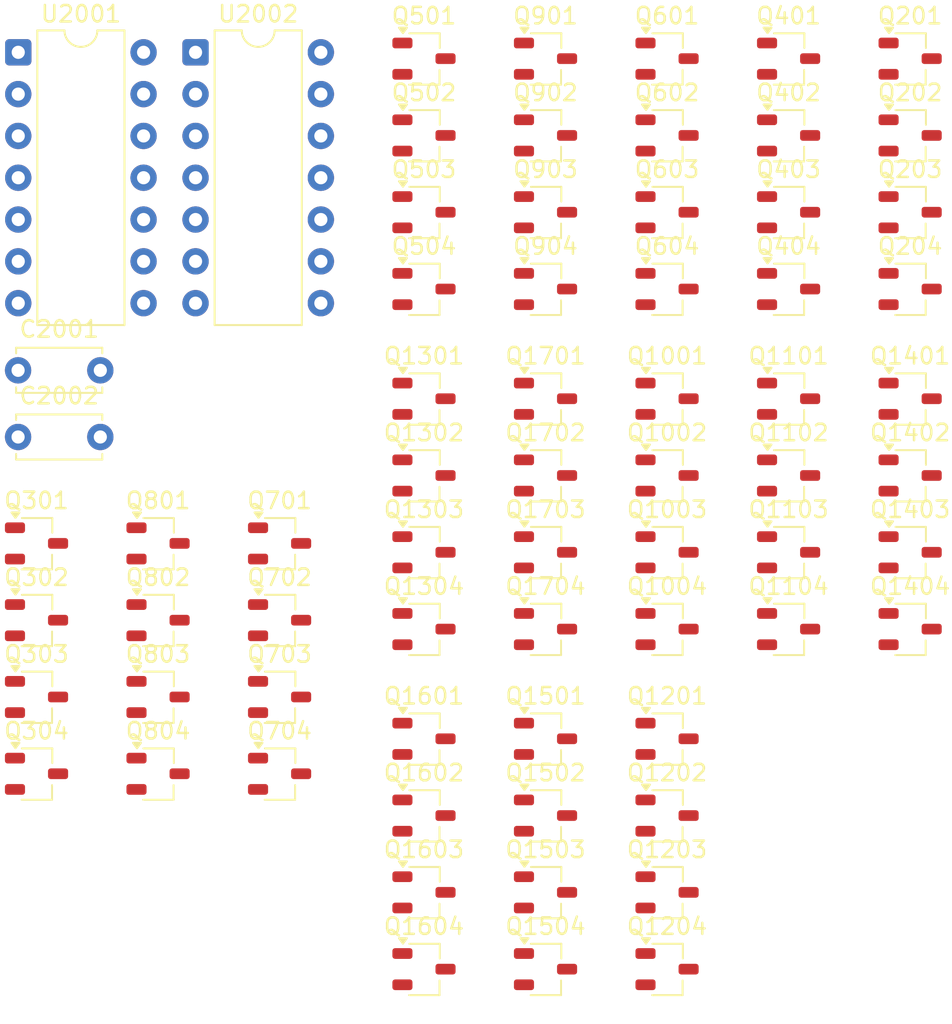
<source format=kicad_pcb>
(kicad_pcb (version 20241229) (generator "pcbnew") (generator_version "9.0")
  (layers (0 "F.Cu" signal) (2 "B.Cu" signal) (13 "F.Paste" user) (15 "B.Paste" user) (5 "F.SilkS" user "F.Silkscreen") (7 "B.SilkS" user "B.Silkscreen") (1 "F.Mask" user) (3 "B.Mask" user) (25 "Edge.Cuts" user))
  (net 0 "")
  (net 1 "GND")
  (net 2 "VCC")
  (net 3 "/nand8_1/A0")
  (net 4 "/nand8_1/Y0")
  (net 5 "Net-(Q202-S)")
  (net 6 "/nand8_1/B0")
  (net 7 "/nand8_1/Y1")
  (net 8 "/nand8_1/A1")
  (net 9 "Net-(Q302-S)")
  (net 10 "/nand8_1/B1")
  (net 11 "/nand8_1/Y2")
  (net 12 "/nand8_1/A2")
  (net 13 "/nand8_1/B2")
  (net 14 "Net-(Q402-S)")
  (net 15 "/nand8_1/Y3")
  (net 16 "/nand8_1/A3")
  (net 17 "/nand8_1/B3")
  (net 18 "Net-(Q502-S)")
  (net 19 "/nand8_1/A4")
  (net 20 "/nand8_1/Y4")
  (net 21 "Net-(Q602-S)")
  (net 22 "/nand8_1/B4")
  (net 23 "/nand8_1/A5")
  (net 24 "/nand8_1/Y5")
  (net 25 "/nand8_1/B5")
  (net 26 "Net-(Q702-S)")
  (net 27 "/nand8_1/Y6")
  (net 28 "/nand8_1/A6")
  (net 29 "/nand8_1/B6")
  (net 30 "Net-(Q802-S)")
  (net 31 "/nand8_1/Y7")
  (net 32 "/nand8_1/A7")
  (net 33 "/nand8_1/B7")
  (net 34 "Net-(Q902-S)")
  (net 35 "/nor8_1/Y0")
  (net 36 "/nor8_1/A0")
  (net 37 "Net-(Q1002-D)")
  (net 38 "/nor8_1/B0")
  (net 39 "/nor8_1/Y1")
  (net 40 "/nor8_1/A1")
  (net 41 "Net-(Q1102-D)")
  (net 42 "/nor8_1/B1")
  (net 43 "/nor8_1/A2")
  (net 44 "/nor8_1/Y2")
  (net 45 "Net-(Q1202-D)")
  (net 46 "/nor8_1/B2")
  (net 47 "/nor8_1/Y3")
  (net 48 "/nor8_1/A3")
  (net 49 "Net-(Q1302-D)")
  (net 50 "/nor8_1/B3")
  (net 51 "/nor8_1/A4")
  (net 52 "/nor8_1/Y4")
  (net 53 "Net-(Q1402-D)")
  (net 54 "/nor8_1/B4")
  (net 55 "/nor8_1/A5")
  (net 56 "/nor8_1/Y5")
  (net 57 "Net-(Q1502-D)")
  (net 58 "/nor8_1/B5")
  (net 59 "/nor8_1/Y6")
  (net 60 "/nor8_1/A6")
  (net 61 "Net-(Q1602-D)")
  (net 62 "/nor8_1/B6")
  (net 63 "/nor8_1/A7")
  (net 64 "/nor8_1/Y7")
  (net 65 "Net-(Q1702-D)")
  (net 66 "/nor8_1/B7")
  (net 67 "/xor8_1/A2")
  (net 68 "/xor8_1/Y1")
  (net 69 "/xor8_1/A0")
  (net 70 "/xor8_1/A3")
  (net 71 "/xor8_1/Y2")
  (net 72 "/xor8_1/B0")
  (net 73 "/xor8_1/Y0")
  (net 74 "/xor8_1/B2")
  (net 75 "/xor8_1/Y3")
  (net 76 "/xor8_1/A1")
  (net 77 "/xor8_1/B3")
  (net 78 "/xor8_1/B1")
  (net 79 "/xor8_1/A4")
  (net 80 "/xor8_1/Y5")
  (net 81 "/xor8_1/B7")
  (net 82 "/xor8_1/A5")
  (net 83 "/xor8_1/Y4")
  (net 84 "/xor8_1/B5")
  (net 85 "/xor8_1/Y6")
  (net 86 "/xor8_1/B6")
  (net 87 "/xor8_1/Y7")
  (net 88 "/xor8_1/A6")
  (net 89 "/xor8_1/B4")
  (net 90 "/xor8_1/A7")
  (footprint "Package_TO_SOT_SMD:TSOT-23" (layer "F.Cu") (at 121.63 125.965)
    (property "Reference" "Q703" (at 0 -2.6 0) (layer "F.SilkS"))
    (property "Value" "NMOS")
    (pad "1" smd roundrect (at -1.31 -0.95) (size 1.22 0.65) (layers "F.Cu" "F.Mask" "F.Paste") (net 26 "Net-(Q702-S)"))
    (pad "2" smd roundrect (at -1.31 0.95) (size 1.22 0.65) (layers "F.Cu" "F.Mask" "F.Paste") (net 23 "/nand8_1/A5"))
    (pad "3" smd roundrect (at 1.31 0) (size 1.22 0.65) (layers "F.Cu" "F.Mask" "F.Paste") (net 1 "GND"))
  )
  (footprint "Package_TO_SOT_SMD:TSOT-23" (layer "F.Cu") (at 106.85 116.635)
    (property "Reference" "Q301" (at 0 -2.6 0) (layer "F.SilkS"))
    (property "Value" "PMOS")
    (pad "1" smd roundrect (at -1.31 -0.95) (size 1.22 0.65) (layers "F.Cu" "F.Mask" "F.Paste") (net 7 "/nand8_1/Y1"))
    (pad "2" smd roundrect (at -1.31 0.95) (size 1.22 0.65) (layers "F.Cu" "F.Mask" "F.Paste") (net 8 "/nand8_1/A1"))
    (pad "3" smd roundrect (at 1.31 0) (size 1.22 0.65) (layers "F.Cu" "F.Mask" "F.Paste") (net 2 "VCC"))
  )
  (footprint "Package_TO_SOT_SMD:TSOT-23" (layer "F.Cu") (at 137.8 133.17)
    (property "Reference" "Q1502" (at 0 -2.6 0) (layer "F.SilkS"))
    (property "Value" "PMOS")
    (pad "1" smd roundrect (at -1.31 -0.95) (size 1.22 0.65) (layers "F.Cu" "F.Mask" "F.Paste") (net 57 "Net-(Q1502-D)"))
    (pad "2" smd roundrect (at -1.31 0.95) (size 1.22 0.65) (layers "F.Cu" "F.Mask" "F.Paste") (net 55 "/nor8_1/A5"))
    (pad "3" smd roundrect (at 1.31 0) (size 1.22 0.65) (layers "F.Cu" "F.Mask" "F.Paste") (net 2 "VCC"))
  )
  (footprint "Package_TO_SOT_SMD:TSOT-23" (layer "F.Cu") (at 114.24 116.635)
    (property "Reference" "Q801" (at 0 -2.6 0) (layer "F.SilkS"))
    (property "Value" "PMOS")
    (pad "1" smd roundrect (at -1.31 -0.95) (size 1.22 0.65) (layers "F.Cu" "F.Mask" "F.Paste") (net 27 "/nand8_1/Y6"))
    (pad "2" smd roundrect (at -1.31 0.95) (size 1.22 0.65) (layers "F.Cu" "F.Mask" "F.Paste") (net 28 "/nand8_1/A6"))
    (pad "3" smd roundrect (at 1.31 0) (size 1.22 0.65) (layers "F.Cu" "F.Mask" "F.Paste") (net 2 "VCC"))
  )
  (footprint "Package_TO_SOT_SMD:TSOT-23" (layer "F.Cu") (at 106.85 130.63)
    (property "Reference" "Q304" (at 0 -2.6 0) (layer "F.SilkS"))
    (property "Value" "PMOS")
    (pad "1" smd roundrect (at -1.31 -0.95) (size 1.22 0.65) (layers "F.Cu" "F.Mask" "F.Paste") (net 7 "/nand8_1/Y1"))
    (pad "2" smd roundrect (at -1.31 0.95) (size 1.22 0.65) (layers "F.Cu" "F.Mask" "F.Paste") (net 10 "/nand8_1/B1"))
    (pad "3" smd roundrect (at 1.31 0) (size 1.22 0.65) (layers "F.Cu" "F.Mask" "F.Paste") (net 2 "VCC"))
  )
  (footprint "Package_TO_SOT_SMD:TSOT-23" (layer "F.Cu") (at 130.41 133.17)
    (property "Reference" "Q1602" (at 0 -2.6 0) (layer "F.SilkS"))
    (property "Value" "PMOS")
    (pad "1" smd roundrect (at -1.31 -0.95) (size 1.22 0.65) (layers "F.Cu" "F.Mask" "F.Paste") (net 61 "Net-(Q1602-D)"))
    (pad "2" smd roundrect (at -1.31 0.95) (size 1.22 0.65) (layers "F.Cu" "F.Mask" "F.Paste") (net 60 "/nor8_1/A6"))
    (pad "3" smd roundrect (at 1.31 0) (size 1.22 0.65) (layers "F.Cu" "F.Mask" "F.Paste") (net 2 "VCC"))
  )
  (footprint "Package_TO_SOT_SMD:TSOT-23" (layer "F.Cu") (at 130.41 107.845)
    (property "Reference" "Q1301" (at 0 -2.6 0) (layer "F.SilkS"))
    (property "Value" "NMOS")
    (pad "1" smd roundrect (at -1.31 -0.95) (size 1.22 0.65) (layers "F.Cu" "F.Mask" "F.Paste") (net 47 "/nor8_1/Y3"))
    (pad "2" smd roundrect (at -1.31 0.95) (size 1.22 0.65) (layers "F.Cu" "F.Mask" "F.Paste") (net 48 "/nor8_1/A3"))
    (pad "3" smd roundrect (at 1.31 0) (size 1.22 0.65) (layers "F.Cu" "F.Mask" "F.Paste") (net 1 "GND"))
  )
  (footprint "Package_TO_SOT_SMD:TSOT-23" (layer "F.Cu") (at 152.58 107.845)
    (property "Reference" "Q1101" (at 0 -2.6 0) (layer "F.SilkS"))
    (property "Value" "NMOS")
    (pad "1" smd roundrect (at -1.31 -0.95) (size 1.22 0.65) (layers "F.Cu" "F.Mask" "F.Paste") (net 39 "/nor8_1/Y1"))
    (pad "2" smd roundrect (at -1.31 0.95) (size 1.22 0.65) (layers "F.Cu" "F.Mask" "F.Paste") (net 40 "/nor8_1/A1"))
    (pad "3" smd roundrect (at 1.31 0) (size 1.22 0.65) (layers "F.Cu" "F.Mask" "F.Paste") (net 1 "GND"))
  )
  (footprint "Package_TO_SOT_SMD:TSOT-23" (layer "F.Cu") (at 114.24 125.965)
    (property "Reference" "Q803" (at 0 -2.6 0) (layer "F.SilkS"))
    (property "Value" "NMOS")
    (pad "1" smd roundrect (at -1.31 -0.95) (size 1.22 0.65) (layers "F.Cu" "F.Mask" "F.Paste") (net 30 "Net-(Q802-S)"))
    (pad "2" smd roundrect (at -1.31 0.95) (size 1.22 0.65) (layers "F.Cu" "F.Mask" "F.Paste") (net 28 "/nand8_1/A6"))
    (pad "3" smd roundrect (at 1.31 0) (size 1.22 0.65) (layers "F.Cu" "F.Mask" "F.Paste") (net 1 "GND"))
  )
  (footprint "Package_TO_SOT_SMD:TSOT-23" (layer "F.Cu") (at 130.41 112.51)
    (property "Reference" "Q1302" (at 0 -2.6 0) (layer "F.SilkS"))
    (property "Value" "PMOS")
    (pad "1" smd roundrect (at -1.31 -0.95) (size 1.22 0.65) (layers "F.Cu" "F.Mask" "F.Paste") (net 49 "Net-(Q1302-D)"))
    (pad "2" smd roundrect (at -1.31 0.95) (size 1.22 0.65) (layers "F.Cu" "F.Mask" "F.Paste") (net 48 "/nor8_1/A3"))
    (pad "3" smd roundrect (at 1.31 0) (size 1.22 0.65) (layers "F.Cu" "F.Mask" "F.Paste") (net 2 "VCC"))
  )
  (footprint "Package_TO_SOT_SMD:TSOT-23" (layer "F.Cu") (at 137.8 101.18)
    (property "Reference" "Q904" (at 0 -2.6 0) (layer "F.SilkS"))
    (property "Value" "PMOS")
    (pad "1" smd roundrect (at -1.31 -0.95) (size 1.22 0.65) (layers "F.Cu" "F.Mask" "F.Paste") (net 31 "/nand8_1/Y7"))
    (pad "2" smd roundrect (at -1.31 0.95) (size 1.22 0.65) (layers "F.Cu" "F.Mask" "F.Paste") (net 33 "/nand8_1/B7"))
    (pad "3" smd roundrect (at 1.31 0) (size 1.22 0.65) (layers "F.Cu" "F.Mask" "F.Paste") (net 2 "VCC"))
  )
  (footprint "Package_TO_SOT_SMD:TSOT-23" (layer "F.Cu") (at 145.19 107.845)
    (property "Reference" "Q1001" (at 0 -2.6 0) (layer "F.SilkS"))
    (property "Value" "NMOS")
    (pad "1" smd roundrect (at -1.31 -0.95) (size 1.22 0.65) (layers "F.Cu" "F.Mask" "F.Paste") (net 35 "/nor8_1/Y0"))
    (pad "2" smd roundrect (at -1.31 0.95) (size 1.22 0.65) (layers "F.Cu" "F.Mask" "F.Paste") (net 36 "/nor8_1/A0"))
    (pad "3" smd roundrect (at 1.31 0) (size 1.22 0.65) (layers "F.Cu" "F.Mask" "F.Paste") (net 1 "GND"))
  )
  (footprint "Package_TO_SOT_SMD:TSOT-23" (layer "F.Cu") (at 114.24 130.63)
    (property "Reference" "Q804" (at 0 -2.6 0) (layer "F.SilkS"))
    (property "Value" "PMOS")
    (pad "1" smd roundrect (at -1.31 -0.95) (size 1.22 0.65) (layers "F.Cu" "F.Mask" "F.Paste") (net 27 "/nand8_1/Y6"))
    (pad "2" smd roundrect (at -1.31 0.95) (size 1.22 0.65) (layers "F.Cu" "F.Mask" "F.Paste") (net 29 "/nand8_1/B6"))
    (pad "3" smd roundrect (at 1.31 0) (size 1.22 0.65) (layers "F.Cu" "F.Mask" "F.Paste") (net 2 "VCC"))
  )
  (footprint "Package_TO_SOT_SMD:TSOT-23" (layer "F.Cu") (at 121.63 130.63)
    (property "Reference" "Q704" (at 0 -2.6 0) (layer "F.SilkS"))
    (property "Value" "PMOS")
    (pad "1" smd roundrect (at -1.31 -0.95) (size 1.22 0.65) (layers "F.Cu" "F.Mask" "F.Paste") (net 24 "/nand8_1/Y5"))
    (pad "2" smd roundrect (at -1.31 0.95) (size 1.22 0.65) (layers "F.Cu" "F.Mask" "F.Paste") (net 25 "/nand8_1/B5"))
    (pad "3" smd roundrect (at 1.31 0) (size 1.22 0.65) (layers "F.Cu" "F.Mask" "F.Paste") (net 2 "VCC"))
  )
  (footprint "Package_TO_SOT_SMD:TSOT-23" (layer "F.Cu") (at 145.19 112.51)
    (property "Reference" "Q1002" (at 0 -2.6 0) (layer "F.SilkS"))
    (property "Value" "PMOS")
    (pad "1" smd roundrect (at -1.31 -0.95) (size 1.22 0.65) (layers "F.Cu" "F.Mask" "F.Paste") (net 37 "Net-(Q1002-D)"))
    (pad "2" smd roundrect (at -1.31 0.95) (size 1.22 0.65) (layers "F.Cu" "F.Mask" "F.Paste") (net 36 "/nor8_1/A0"))
    (pad "3" smd roundrect (at 1.31 0) (size 1.22 0.65) (layers "F.Cu" "F.Mask" "F.Paste") (net 2 "VCC"))
  )
  (footprint "Package_TO_SOT_SMD:TSOT-23" (layer "F.Cu") (at 130.41 96.515)
    (property "Reference" "Q503" (at 0 -2.6 0) (layer "F.SilkS"))
    (property "Value" "NMOS")
    (pad "1" smd roundrect (at -1.31 -0.95) (size 1.22 0.65) (layers "F.Cu" "F.Mask" "F.Paste") (net 18 "Net-(Q502-S)"))
    (pad "2" smd roundrect (at -1.31 0.95) (size 1.22 0.65) (layers "F.Cu" "F.Mask" "F.Paste") (net 16 "/nand8_1/A3"))
    (pad "3" smd roundrect (at 1.31 0) (size 1.22 0.65) (layers "F.Cu" "F.Mask" "F.Paste") (net 1 "GND"))
  )
  (footprint "Package_TO_SOT_SMD:TSOT-23" (layer "F.Cu") (at 145.19 128.505)
    (property "Reference" "Q1201" (at 0 -2.6 0) (layer "F.SilkS"))
    (property "Value" "NMOS")
    (pad "1" smd roundrect (at -1.31 -0.95) (size 1.22 0.65) (layers "F.Cu" "F.Mask" "F.Paste") (net 44 "/nor8_1/Y2"))
    (pad "2" smd roundrect (at -1.31 0.95) (size 1.22 0.65) (layers "F.Cu" "F.Mask" "F.Paste") (net 43 "/nor8_1/A2"))
    (pad "3" smd roundrect (at 1.31 0) (size 1.22 0.65) (layers "F.Cu" "F.Mask" "F.Paste") (net 1 "GND"))
  )
  (footprint "Package_TO_SOT_SMD:TSOT-23" (layer "F.Cu") (at 145.19 137.835)
    (property "Reference" "Q1203" (at 0 -2.6 0) (layer "F.SilkS"))
    (property "Value" "PMOS")
    (pad "1" smd roundrect (at -1.31 -0.95) (size 1.22 0.65) (layers "F.Cu" "F.Mask" "F.Paste") (net 44 "/nor8_1/Y2"))
    (pad "2" smd roundrect (at -1.31 0.95) (size 1.22 0.65) (layers "F.Cu" "F.Mask" "F.Paste") (net 46 "/nor8_1/B2"))
    (pad "3" smd roundrect (at 1.31 0) (size 1.22 0.65) (layers "F.Cu" "F.Mask" "F.Paste") (net 45 "Net-(Q1202-D)"))
  )
  (footprint "Package_TO_SOT_SMD:TSOT-23" (layer "F.Cu") (at 130.41 121.84)
    (property "Reference" "Q1304" (at 0 -2.6 0) (layer "F.SilkS"))
    (property "Value" "NMOS")
    (pad "1" smd roundrect (at -1.31 -0.95) (size 1.22 0.65) (layers "F.Cu" "F.Mask" "F.Paste") (net 47 "/nor8_1/Y3"))
    (pad "2" smd roundrect (at -1.31 0.95) (size 1.22 0.65) (layers "F.Cu" "F.Mask" "F.Paste") (net 50 "/nor8_1/B3"))
    (pad "3" smd roundrect (at 1.31 0) (size 1.22 0.65) (layers "F.Cu" "F.Mask" "F.Paste") (net 1 "GND"))
  )
  (footprint "Package_TO_SOT_SMD:TSOT-23" (layer "F.Cu") (at 137.8 117.175)
    (property "Reference" "Q1703" (at 0 -2.6 0) (layer "F.SilkS"))
    (property "Value" "PMOS")
    (pad "1" smd roundrect (at -1.31 -0.95) (size 1.22 0.65) (layers "F.Cu" "F.Mask" "F.Paste") (net 64 "/nor8_1/Y7"))
    (pad "2" smd roundrect (at -1.31 0.95) (size 1.22 0.65) (layers "F.Cu" "F.Mask" "F.Paste") (net 66 "/nor8_1/B7"))
    (pad "3" smd roundrect (at 1.31 0) (size 1.22 0.65) (layers "F.Cu" "F.Mask" "F.Paste") (net 65 "Net-(Q1702-D)"))
  )
  (footprint "Package_TO_SOT_SMD:TSOT-23" (layer "F.Cu") (at 145.19 101.18)
    (property "Reference" "Q604" (at 0 -2.6 0) (layer "F.SilkS"))
    (property "Value" "PMOS")
    (pad "1" smd roundrect (at -1.31 -0.95) (size 1.22 0.65) (layers "F.Cu" "F.Mask" "F.Paste") (net 20 "/nand8_1/Y4"))
    (pad "2" smd roundrect (at -1.31 0.95) (size 1.22 0.65) (layers "F.Cu" "F.Mask" "F.Paste") (net 22 "/nand8_1/B4"))
    (pad "3" smd roundrect (at 1.31 0) (size 1.22 0.65) (layers "F.Cu" "F.Mask" "F.Paste") (net 2 "VCC"))
  )
  (footprint "Package_TO_SOT_SMD:TSOT-23" (layer "F.Cu") (at 137.8 112.51)
    (property "Reference" "Q1702" (at 0 -2.6 0) (layer "F.SilkS"))
    (property "Value" "PMOS")
    (pad "1" smd roundrect (at -1.31 -0.95) (size 1.22 0.65) (layers "F.Cu" "F.Mask" "F.Paste") (net 65 "Net-(Q1702-D)"))
    (pad "2" smd roundrect (at -1.31 0.95) (size 1.22 0.65) (layers "F.Cu" "F.Mask" "F.Paste") (net 63 "/nor8_1/A7"))
    (pad "3" smd roundrect (at 1.31 0) (size 1.22 0.65) (layers "F.Cu" "F.Mask" "F.Paste") (net 2 "VCC"))
  )
  (footprint "Package_TO_SOT_SMD:TSOT-23" (layer "F.Cu") (at 159.97 96.515)
    (property "Reference" "Q203" (at 0 -2.6 0) (layer "F.SilkS"))
    (property "Value" "NMOS")
    (pad "1" smd roundrect (at -1.31 -0.95) (size 1.22 0.65) (layers "F.Cu" "F.Mask" "F.Paste") (net 5 "Net-(Q202-S)"))
    (pad "2" smd roundrect (at -1.31 0.95) (size 1.22 0.65) (layers "F.Cu" "F.Mask" "F.Paste") (net 3 "/nand8_1/A0"))
    (pad "3" smd roundrect (at 1.31 0) (size 1.22 0.65) (layers "F.Cu" "F.Mask" "F.Paste") (net 1 "GND"))
  )
  (footprint "Package_TO_SOT_SMD:TSOT-23" (layer "F.Cu") (at 145.19 142.5)
    (property "Reference" "Q1204" (at 0 -2.6 0) (layer "F.SilkS"))
    (property "Value" "NMOS")
    (pad "1" smd roundrect (at -1.31 -0.95) (size 1.22 0.65) (layers "F.Cu" "F.Mask" "F.Paste") (net 44 "/nor8_1/Y2"))
    (pad "2" smd roundrect (at -1.31 0.95) (size 1.22 0.65) (layers "F.Cu" "F.Mask" "F.Paste") (net 46 "/nor8_1/B2"))
    (pad "3" smd roundrect (at 1.31 0) (size 1.22 0.65) (layers "F.Cu" "F.Mask" "F.Paste") (net 1 "GND"))
  )
  (footprint "Package_TO_SOT_SMD:TSOT-23" (layer "F.Cu") (at 137.8 107.845)
    (property "Reference" "Q1701" (at 0 -2.6 0) (layer "F.SilkS"))
    (property "Value" "NMOS")
    (pad "1" smd roundrect (at -1.31 -0.95) (size 1.22 0.65) (layers "F.Cu" "F.Mask" "F.Paste") (net 64 "/nor8_1/Y7"))
    (pad "2" smd roundrect (at -1.31 0.95) (size 1.22 0.65) (layers "F.Cu" "F.Mask" "F.Paste") (net 63 "/nor8_1/A7"))
    (pad "3" smd roundrect (at 1.31 0) (size 1.22 0.65) (layers "F.Cu" "F.Mask" "F.Paste") (net 1 "GND"))
  )
  (footprint "Package_TO_SOT_SMD:TSOT-23" (layer "F.Cu") (at 159.97 107.845)
    (property "Reference" "Q1401" (at 0 -2.6 0) (layer "F.SilkS"))
    (property "Value" "NMOS")
    (pad "1" smd roundrect (at -1.31 -0.95) (size 1.22 0.65) (layers "F.Cu" "F.Mask" "F.Paste") (net 52 "/nor8_1/Y4"))
    (pad "2" smd roundrect (at -1.31 0.95) (size 1.22 0.65) (layers "F.Cu" "F.Mask" "F.Paste") (net 51 "/nor8_1/A4"))
    (pad "3" smd roundrect (at 1.31 0) (size 1.22 0.65) (layers "F.Cu" "F.Mask" "F.Paste") (net 1 "GND"))
  )
  (footprint "Package_TO_SOT_SMD:TSOT-23" (layer "F.Cu") (at 152.58 117.175)
    (property "Reference" "Q1103" (at 0 -2.6 0) (layer "F.SilkS"))
    (property "Value" "PMOS")
    (pad "1" smd roundrect (at -1.31 -0.95) (size 1.22 0.65) (layers "F.Cu" "F.Mask" "F.Paste") (net 39 "/nor8_1/Y1"))
    (pad "2" smd roundrect (at -1.31 0.95) (size 1.22 0.65) (layers "F.Cu" "F.Mask" "F.Paste") (net 42 "/nor8_1/B1"))
    (pad "3" smd roundrect (at 1.31 0) (size 1.22 0.65) (layers "F.Cu" "F.Mask" "F.Paste") (net 41 "Net-(Q1102-D)"))
  )
  (footprint "Package_TO_SOT_SMD:TSOT-23" (layer "F.Cu") (at 152.58 112.51)
    (property "Reference" "Q1102" (at 0 -2.6 0) (layer "F.SilkS"))
    (property "Value" "PMOS")
    (pad "1" smd roundrect (at -1.31 -0.95) (size 1.22 0.65) (layers "F.Cu" "F.Mask" "F.Paste") (net 41 "Net-(Q1102-D)"))
    (pad "2" smd roundrect (at -1.31 0.95) (size 1.22 0.65) (layers "F.Cu" "F.Mask" "F.Paste") (net 40 "/nor8_1/A1"))
    (pad "3" smd roundrect (at 1.31 0) (size 1.22 0.65) (layers "F.Cu" "F.Mask" "F.Paste") (net 2 "VCC"))
  )
  (footprint "Package_TO_SOT_SMD:TSOT-23" (layer "F.Cu") (at 130.41 87.185)
    (property "Reference" "Q501" (at 0 -2.6 0) (layer "F.SilkS"))
    (property "Value" "PMOS")
    (pad "1" smd roundrect (at -1.31 -0.95) (size 1.22 0.65) (layers "F.Cu" "F.Mask" "F.Paste") (net 15 "/nand8_1/Y3"))
    (pad "2" smd roundrect (at -1.31 0.95) (size 1.22 0.65) (layers "F.Cu" "F.Mask" "F.Paste") (net 16 "/nand8_1/A3"))
    (pad "3" smd roundrect (at 1.31 0) (size 1.22 0.65) (layers "F.Cu" "F.Mask" "F.Paste") (net 2 "VCC"))
  )
  (footprint "Package_TO_SOT_SMD:TSOT-23" (layer "F.Cu") (at 130.41 142.5)
    (property "Reference" "Q1604" (at 0 -2.6 0) (layer "F.SilkS"))
    (property "Value" "NMOS")
    (pad "1" smd roundrect (at -1.31 -0.95) (size 1.22 0.65) (layers "F.Cu" "F.Mask" "F.Paste") (net 59 "/nor8_1/Y6"))
    (pad "2" smd roundrect (at -1.31 0.95) (size 1.22 0.65) (layers "F.Cu" "F.Mask" "F.Paste") (net 62 "/nor8_1/B6"))
    (pad "3" smd roundrect (at 1.31 0) (size 1.22 0.65) (layers "F.Cu" "F.Mask" "F.Paste") (net 1 "GND"))
  )
  (footprint "Package_TO_SOT_SMD:TSOT-23" (layer "F.Cu") (at 145.19 96.515)
    (property "Reference" "Q603" (at 0 -2.6 0) (layer "F.SilkS"))
    (property "Value" "NMOS")
    (pad "1" smd roundrect (at -1.31 -0.95) (size 1.22 0.65) (layers "F.Cu" "F.Mask" "F.Paste") (net 21 "Net-(Q602-S)"))
    (pad "2" smd roundrect (at -1.31 0.95) (size 1.22 0.65) (layers "F.Cu" "F.Mask" "F.Paste") (net 19 "/nand8_1/A4"))
    (pad "3" smd roundrect (at 1.31 0) (size 1.22 0.65) (layers "F.Cu" "F.Mask" "F.Paste") (net 1 "GND"))
  )
  (footprint "Package_TO_SOT_SMD:TSOT-23" (layer "F.Cu") (at 130.41 137.835)
    (property "Reference" "Q1603" (at 0 -2.6 0) (layer "F.SilkS"))
    (property "Value" "PMOS")
    (pad "1" smd roundrect (at -1.31 -0.95) (size 1.22 0.65) (layers "F.Cu" "F.Mask" "F.Paste") (net 59 "/nor8_1/Y6"))
    (pad "2" smd roundrect (at -1.31 0.95) (size 1.22 0.65) (layers "F.Cu" "F.Mask" "F.Paste") (net 62 "/nor8_1/B6"))
    (pad "3" smd roundrect (at 1.31 0) (size 1.22 0.65) (layers "F.Cu" "F.Mask" "F.Paste") (net 61 "Net-(Q1602-D)"))
  )
  (footprint "Package_TO_SOT_SMD:TSOT-23" (layer "F.Cu") (at 114.24 121.3)
    (property "Reference" "Q802" (at 0 -2.6 0) (layer "F.SilkS"))
    (property "Value" "NMOS")
    (pad "1" smd roundrect (at -1.31 -0.95) (size 1.22 0.65) (layers "F.Cu" "F.Mask" "F.Paste") (net 27 "/nand8_1/Y6"))
    (pad "2" smd roundrect (at -1.31 0.95) (size 1.22 0.65) (layers "F.Cu" "F.Mask" "F.Paste") (net 29 "/nand8_1/B6"))
    (pad "3" smd roundrect (at 1.31 0) (size 1.22 0.65) (layers "F.Cu" "F.Mask" "F.Paste") (net 30 "Net-(Q802-S)"))
  )
  (footprint "Package_TO_SOT_SMD:TSOT-23" (layer "F.Cu") (at 130.41 91.85)
    (property "Reference" "Q502" (at 0 -2.6 0) (layer "F.SilkS"))
    (property "Value" "NMOS")
    (pad "1" smd roundrect (at -1.31 -0.95) (size 1.22 0.65) (layers "F.Cu" "F.Mask" "F.Paste") (net 15 "/nand8_1/Y3"))
    (pad "2" smd roundrect (at -1.31 0.95) (size 1.22 0.65) (layers "F.Cu" "F.Mask" "F.Paste") (net 17 "/nand8_1/B3"))
    (pad "3" smd roundrect (at 1.31 0) (size 1.22 0.65) (layers "F.Cu" "F.Mask" "F.Paste") (net 18 "Net-(Q502-S)"))
  )
  (footprint "Package_TO_SOT_SMD:TSOT-23" (layer "F.Cu") (at 159.97 117.175)
    (property "Reference" "Q1403" (at 0 -2.6 0) (layer "F.SilkS"))
    (property "Value" "PMOS")
    (pad "1" smd roundrect (at -1.31 -0.95) (size 1.22 0.65) (layers "F.Cu" "F.Mask" "F.Paste") (net 52 "/nor8_1/Y4"))
    (pad "2" smd roundrect (at -1.31 0.95) (size 1.22 0.65) (layers "F.Cu" "F.Mask" "F.Paste") (net 54 "/nor8_1/B4"))
    (pad "3" smd roundrect (at 1.31 0) (size 1.22 0.65) (layers "F.Cu" "F.Mask" "F.Paste") (net 53 "Net-(Q1402-D)"))
  )
  (footprint "Package_TO_SOT_SMD:TSOT-23" (layer "F.Cu") (at 137.8 121.84)
    (property "Reference" "Q1704" (at 0 -2.6 0) (layer "F.SilkS"))
    (property "Value" "NMOS")
    (pad "1" smd roundrect (at -1.31 -0.95) (size 1.22 0.65) (layers "F.Cu" "F.Mask" "F.Paste") (net 64 "/nor8_1/Y7"))
    (pad "2" smd roundrect (at -1.31 0.95) (size 1.22 0.65) (layers "F.Cu" "F.Mask" "F.Paste") (net 66 "/nor8_1/B7"))
    (pad "3" smd roundrect (at 1.31 0) (size 1.22 0.65) (layers "F.Cu" "F.Mask" "F.Paste") (net 1 "GND"))
  )
  (footprint "Package_TO_SOT_SMD:TSOT-23" (layer "F.Cu") (at 137.8 91.85)
    (property "Reference" "Q902" (at 0 -2.6 0) (layer "F.SilkS"))
    (property "Value" "NMOS")
    (pad "1" smd roundrect (at -1.31 -0.95) (size 1.22 0.65) (layers "F.Cu" "F.Mask" "F.Paste") (net 31 "/nand8_1/Y7"))
    (pad "2" smd roundrect (at -1.31 0.95) (size 1.22 0.65) (layers "F.Cu" "F.Mask" "F.Paste") (net 33 "/nand8_1/B7"))
    (pad "3" smd roundrect (at 1.31 0) (size 1.22 0.65) (layers "F.Cu" "F.Mask" "F.Paste") (net 34 "Net-(Q902-S)"))
  )
  (footprint "Package_TO_SOT_SMD:TSOT-23" (layer "F.Cu") (at 106.85 125.965)
    (property "Reference" "Q303" (at 0 -2.6 0) (layer "F.SilkS"))
    (property "Value" "NMOS")
    (pad "1" smd roundrect (at -1.31 -0.95) (size 1.22 0.65) (layers "F.Cu" "F.Mask" "F.Paste") (net 9 "Net-(Q302-S)"))
    (pad "2" smd roundrect (at -1.31 0.95) (size 1.22 0.65) (layers "F.Cu" "F.Mask" "F.Paste") (net 8 "/nand8_1/A1"))
    (pad "3" smd roundrect (at 1.31 0) (size 1.22 0.65) (layers "F.Cu" "F.Mask" "F.Paste") (net 1 "GND"))
  )
  (footprint "Package_TO_SOT_SMD:TSOT-23" (layer "F.Cu") (at 152.58 121.84)
    (property "Reference" "Q1104" (at 0 -2.6 0) (layer "F.SilkS"))
    (property "Value" "NMOS")
    (pad "1" smd roundrect (at -1.31 -0.95) (size 1.22 0.65) (layers "F.Cu" "F.Mask" "F.Paste") (net 39 "/nor8_1/Y1"))
    (pad "2" smd roundrect (at -1.31 0.95) (size 1.22 0.65) (layers "F.Cu" "F.Mask" "F.Paste") (net 42 "/nor8_1/B1"))
    (pad "3" smd roundrect (at 1.31 0) (size 1.22 0.65) (layers "F.Cu" "F.Mask" "F.Paste") (net 1 "GND"))
  )
  (footprint "Capacitor_THT:C_Disc_D5.0mm_W2.5mm_P5.00mm" (layer "F.Cu") (at 105.73 110.17)
    (property "Reference" "C2002" (at 2.5 -2.5 0) (layer "F.SilkS"))
    (property "Value" "100nF")
    (pad "1" thru_hole circle (at 0 0) (size 1.6 1.6) (drill 0.8) (layers "*.Cu" "*.Mask") (net 2 "VCC"))
    (pad "2" thru_hole circle (at 5 0) (size 1.6 1.6) (drill 0.8) (layers "*.Cu" "*.Mask") (net 1 "GND"))
  )
  (footprint "Package_TO_SOT_SMD:TSOT-23" (layer "F.Cu") (at 137.8 142.5)
    (property "Reference" "Q1504" (at 0 -2.6 0) (layer "F.SilkS"))
    (property "Value" "NMOS")
    (pad "1" smd roundrect (at -1.31 -0.95) (size 1.22 0.65) (layers "F.Cu" "F.Mask" "F.Paste") (net 56 "/nor8_1/Y5"))
    (pad "2" smd roundrect (at -1.31 0.95) (size 1.22 0.65) (layers "F.Cu" "F.Mask" "F.Paste") (net 58 "/nor8_1/B5"))
    (pad "3" smd roundrect (at 1.31 0) (size 1.22 0.65) (layers "F.Cu" "F.Mask" "F.Paste") (net 1 "GND"))
  )
  (footprint "Package_TO_SOT_SMD:TSOT-23" (layer "F.Cu") (at 152.58 101.18)
    (property "Reference" "Q404" (at 0 -2.6 0) (layer "F.SilkS"))
    (property "Value" "PMOS")
    (pad "1" smd roundrect (at -1.31 -0.95) (size 1.22 0.65) (layers "F.Cu" "F.Mask" "F.Paste") (net 11 "/nand8_1/Y2"))
    (pad "2" smd roundrect (at -1.31 0.95) (size 1.22 0.65) (layers "F.Cu" "F.Mask" "F.Paste") (net 13 "/nand8_1/B2"))
    (pad "3" smd roundrect (at 1.31 0) (size 1.22 0.65) (layers "F.Cu" "F.Mask" "F.Paste") (net 2 "VCC"))
  )
  (footprint "Package_DIP:DIP-14_W7.62mm" (layer "F.Cu") (at 105.74 86.8)
    (property "Reference" "U2001" (at 3.81 -2.33 0) (layer "F.SilkS"))
    (property "Value" "74HC86")
    (pad "1" thru_hole roundrect (at 0 0) (size 1.6 1.6) (drill 0.8) (layers "*.Cu" "*.Mask") (roundrect_rratio 0.15625) (net 69 "/xor8_1/A0"))
    (pad "2" thru_hole circle (at 0 2.54) (size 1.6 1.6) (drill 0.8) (layers "*.Cu" "*.Mask") (net 72 "/xor8_1/B0"))
    (pad "3" thru_hole circle (at 0 5.08) (size 1.6 1.6) (drill 0.8) (layers "*.Cu" "*.Mask") (net 73 "/xor8_1/Y0"))
    (pad "4" thru_hole circle (at 0 7.62) (size 1.6 1.6) (drill 0.8) (layers "*.Cu" "*.Mask") (net 76 "/xor8_1/A1"))
    (pad "5" thru_hole circle (at 0 10.16) (size 1.6 1.6) (drill 0.8) (layers "*.Cu" "*.Mask") (net 78 "/xor8_1/B1"))
    (pad "6" thru_hole circle (at 0 12.7) (size 1.6 1.6) (drill 0.8) (layers "*.Cu" "*.Mask") (net 68 "/xor8_1/Y1"))
    (pad "7" thru_hole circle (at 0 15.24) (size 1.6 1.6) (drill 0.8) (layers "*.Cu" "*.Mask") (net 1 "GND"))
    (pad "8" thru_hole circle (at 7.62 15.24) (size 1.6 1.6) (drill 0.8) (layers "*.Cu" "*.Mask") (net 71 "/xor8_1/Y2"))
    (pad "9" thru_hole circle (at 7.62 12.7) (size 1.6 1.6) (drill 0.8) (layers "*.Cu" "*.Mask") (net 67 "/xor8_1/A2"))
    (pad "10" thru_hole circle (at 7.62 10.16) (size 1.6 1.6) (drill 0.8) (layers "*.Cu" "*.Mask") (net 74 "/xor8_1/B2"))
    (pad "11" thru_hole circle (at 7.62 7.62) (size 1.6 1.6) (drill 0.8) (layers "*.Cu" "*.Mask") (net 75 "/xor8_1/Y3"))
    (pad "12" thru_hole circle (at 7.62 5.08) (size 1.6 1.6) (drill 0.8) (layers "*.Cu" "*.Mask") (net 70 "/xor8_1/A3"))
    (pad "13" thru_hole circle (at 7.62 2.54) (size 1.6 1.6) (drill 0.8) (layers "*.Cu" "*.Mask") (net 77 "/xor8_1/B3"))
    (pad "14" thru_hole circle (at 7.62 0) (size 1.6 1.6) (drill 0.8) (layers "*.Cu" "*.Mask") (net 2 "VCC"))
  )
  (footprint "Package_TO_SOT_SMD:TSOT-23" (layer "F.Cu") (at 159.97 112.51)
    (property "Reference" "Q1402" (at 0 -2.6 0) (layer "F.SilkS"))
    (property "Value" "PMOS")
    (pad "1" smd roundrect (at -1.31 -0.95) (size 1.22 0.65) (layers "F.Cu" "F.Mask" "F.Paste") (net 53 "Net-(Q1402-D)"))
    (pad "2" smd roundrect (at -1.31 0.95) (size 1.22 0.65) (layers "F.Cu" "F.Mask" "F.Paste") (net 51 "/nor8_1/A4"))
    (pad "3" smd roundrect (at 1.31 0) (size 1.22 0.65) (layers "F.Cu" "F.Mask" "F.Paste") (net 2 "VCC"))
  )
  (footprint "Package_TO_SOT_SMD:TSOT-23" (layer "F.Cu") (at 145.19 117.175)
    (property "Reference" "Q1003" (at 0 -2.6 0) (layer "F.SilkS"))
    (property "Value" "PMOS")
    (pad "1" smd roundrect (at -1.31 -0.95) (size 1.22 0.65) (layers "F.Cu" "F.Mask" "F.Paste") (net 35 "/nor8_1/Y0"))
    (pad "2" smd roundrect (at -1.31 0.95) (size 1.22 0.65) (layers "F.Cu" "F.Mask" "F.Paste") (net 38 "/nor8_1/B0"))
    (pad "3" smd roundrect (at 1.31 0) (size 1.22 0.65) (layers "F.Cu" "F.Mask" "F.Paste") (net 37 "Net-(Q1002-D)"))
  )
  (footprint "Package_TO_SOT_SMD:TSOT-23" (layer "F.Cu") (at 121.63 116.635)
    (property "Reference" "Q701" (at 0 -2.6 0) (layer "F.SilkS"))
    (property "Value" "PMOS")
    (pad "1" smd roundrect (at -1.31 -0.95) (size 1.22 0.65) (layers "F.Cu" "F.Mask" "F.Paste") (net 24 "/nand8_1/Y5"))
    (pad "2" smd roundrect (at -1.31 0.95) (size 1.22 0.65) (layers "F.Cu" "F.Mask" "F.Paste") (net 23 "/nand8_1/A5"))
    (pad "3" smd roundrect (at 1.31 0) (size 1.22 0.65) (layers "F.Cu" "F.Mask" "F.Paste") (net 2 "VCC"))
  )
  (footprint "Package_TO_SOT_SMD:TSOT-23" (layer "F.Cu") (at 130.41 128.505)
    (property "Reference" "Q1601" (at 0 -2.6 0) (layer "F.SilkS"))
    (property "Value" "NMOS")
    (pad "1" smd roundrect (at -1.31 -0.95) (size 1.22 0.65) (layers "F.Cu" "F.Mask" "F.Paste") (net 59 "/nor8_1/Y6"))
    (pad "2" smd roundrect (at -1.31 0.95) (size 1.22 0.65) (layers "F.Cu" "F.Mask" "F.Paste") (net 60 "/nor8_1/A6"))
    (pad "3" smd roundrect (at 1.31 0) (size 1.22 0.65) (layers "F.Cu" "F.Mask" "F.Paste") (net 1 "GND"))
  )
  (footprint "Capacitor_THT:C_Disc_D5.0mm_W2.5mm_P5.00mm" (layer "F.Cu") (at 105.73 106.12)
    (property "Reference" "C2001" (at 2.5 -2.5 0) (layer "F.SilkS"))
    (property "Value" "100nF")
    (pad "1" thru_hole circle (at 0 0) (size 1.6 1.6) (drill 0.8) (layers "*.Cu" "*.Mask") (net 2 "VCC"))
    (pad "2" thru_hole circle (at 5 0) (size 1.6 1.6) (drill 0.8) (layers "*.Cu" "*.Mask") (net 1 "GND"))
  )
  (footprint "Package_TO_SOT_SMD:TSOT-23" (layer "F.Cu") (at 121.63 121.3)
    (property "Reference" "Q702" (at 0 -2.6 0) (layer "F.SilkS"))
    (property "Value" "NMOS")
    (pad "1" smd roundrect (at -1.31 -0.95) (size 1.22 0.65) (layers "F.Cu" "F.Mask" "F.Paste") (net 24 "/nand8_1/Y5"))
    (pad "2" smd roundrect (at -1.31 0.95) (size 1.22 0.65) (layers "F.Cu" "F.Mask" "F.Paste") (net 25 "/nand8_1/B5"))
    (pad "3" smd roundrect (at 1.31 0) (size 1.22 0.65) (layers "F.Cu" "F.Mask" "F.Paste") (net 26 "Net-(Q702-S)"))
  )
  (footprint "Package_TO_SOT_SMD:TSOT-23" (layer "F.Cu") (at 130.41 117.175)
    (property "Reference" "Q1303" (at 0 -2.6 0) (layer "F.SilkS"))
    (property "Value" "PMOS")
    (pad "1" smd roundrect (at -1.31 -0.95) (size 1.22 0.65) (layers "F.Cu" "F.Mask" "F.Paste") (net 47 "/nor8_1/Y3"))
    (pad "2" smd roundrect (at -1.31 0.95) (size 1.22 0.65) (layers "F.Cu" "F.Mask" "F.Paste") (net 50 "/nor8_1/B3"))
    (pad "3" smd roundrect (at 1.31 0) (size 1.22 0.65) (layers "F.Cu" "F.Mask" "F.Paste") (net 49 "Net-(Q1302-D)"))
  )
  (footprint "Package_TO_SOT_SMD:TSOT-23" (layer "F.Cu") (at 152.58 91.85)
    (property "Reference" "Q402" (at 0 -2.6 0) (layer "F.SilkS"))
    (property "Value" "NMOS")
    (pad "1" smd roundrect (at -1.31 -0.95) (size 1.22 0.65) (layers "F.Cu" "F.Mask" "F.Paste") (net 11 "/nand8_1/Y2"))
    (pad "2" smd roundrect (at -1.31 0.95) (size 1.22 0.65) (layers "F.Cu" "F.Mask" "F.Paste") (net 13 "/nand8_1/B2"))
    (pad "3" smd roundrect (at 1.31 0) (size 1.22 0.65) (layers "F.Cu" "F.Mask" "F.Paste") (net 14 "Net-(Q402-S)"))
  )
  (footprint "Package_TO_SOT_SMD:TSOT-23" (layer "F.Cu") (at 152.58 87.185)
    (property "Reference" "Q401" (at 0 -2.6 0) (layer "F.SilkS"))
    (property "Value" "PMOS")
    (pad "1" smd roundrect (at -1.31 -0.95) (size 1.22 0.65) (layers "F.Cu" "F.Mask" "F.Paste") (net 11 "/nand8_1/Y2"))
    (pad "2" smd roundrect (at -1.31 0.95) (size 1.22 0.65) (layers "F.Cu" "F.Mask" "F.Paste") (net 12 "/nand8_1/A2"))
    (pad "3" smd roundrect (at 1.31 0) (size 1.22 0.65) (layers "F.Cu" "F.Mask" "F.Paste") (net 2 "VCC"))
  )
  (footprint "Package_TO_SOT_SMD:TSOT-23" (layer "F.Cu") (at 159.97 101.18)
    (property "Reference" "Q204" (at 0 -2.6 0) (layer "F.SilkS"))
    (property "Value" "PMOS")
    (pad "1" smd roundrect (at -1.31 -0.95) (size 1.22 0.65) (layers "F.Cu" "F.Mask" "F.Paste") (net 4 "/nand8_1/Y0"))
    (pad "2" smd roundrect (at -1.31 0.95) (size 1.22 0.65) (layers "F.Cu" "F.Mask" "F.Paste") (net 6 "/nand8_1/B0"))
    (pad "3" smd roundrect (at 1.31 0) (size 1.22 0.65) (layers "F.Cu" "F.Mask" "F.Paste") (net 2 "VCC"))
  )
  (footprint "Package_TO_SOT_SMD:TSOT-23" (layer "F.Cu") (at 106.85 121.3)
    (property "Reference" "Q302" (at 0 -2.6 0) (layer "F.SilkS"))
    (property "Value" "NMOS")
    (pad "1" smd roundrect (at -1.31 -0.95) (size 1.22 0.65) (layers "F.Cu" "F.Mask" "F.Paste") (net 7 "/nand8_1/Y1"))
    (pad "2" smd roundrect (at -1.31 0.95) (size 1.22 0.65) (layers "F.Cu" "F.Mask" "F.Paste") (net 10 "/nand8_1/B1"))
    (pad "3" smd roundrect (at 1.31 0) (size 1.22 0.65) (layers "F.Cu" "F.Mask" "F.Paste") (net 9 "Net-(Q302-S)"))
  )
  (footprint "Package_TO_SOT_SMD:TSOT-23" (layer "F.Cu") (at 137.8 128.505)
    (property "Reference" "Q1501" (at 0 -2.6 0) (layer "F.SilkS"))
    (property "Value" "NMOS")
    (pad "1" smd roundrect (at -1.31 -0.95) (size 1.22 0.65) (layers "F.Cu" "F.Mask" "F.Paste") (net 56 "/nor8_1/Y5"))
    (pad "2" smd roundrect (at -1.31 0.95) (size 1.22 0.65) (layers "F.Cu" "F.Mask" "F.Paste") (net 55 "/nor8_1/A5"))
    (pad "3" smd roundrect (at 1.31 0) (size 1.22 0.65) (layers "F.Cu" "F.Mask" "F.Paste") (net 1 "GND"))
  )
  (footprint "Package_TO_SOT_SMD:TSOT-23" (layer "F.Cu") (at 137.8 96.515)
    (property "Reference" "Q903" (at 0 -2.6 0) (layer "F.SilkS"))
    (property "Value" "NMOS")
    (pad "1" smd roundrect (at -1.31 -0.95) (size 1.22 0.65) (layers "F.Cu" "F.Mask" "F.Paste") (net 34 "Net-(Q902-S)"))
    (pad "2" smd roundrect (at -1.31 0.95) (size 1.22 0.65) (layers "F.Cu" "F.Mask" "F.Paste") (net 32 "/nand8_1/A7"))
    (pad "3" smd roundrect (at 1.31 0) (size 1.22 0.65) (layers "F.Cu" "F.Mask" "F.Paste") (net 1 "GND"))
  )
  (footprint "Package_TO_SOT_SMD:TSOT-23" (layer "F.Cu") (at 159.97 87.185)
    (property "Reference" "Q201" (at 0 -2.6 0) (layer "F.SilkS"))
    (property "Value" "PMOS")
    (pad "1" smd roundrect (at -1.31 -0.95) (size 1.22 0.65) (layers "F.Cu" "F.Mask" "F.Paste") (net 4 "/nand8_1/Y0"))
    (pad "2" smd roundrect (at -1.31 0.95) (size 1.22 0.65) (layers "F.Cu" "F.Mask" "F.Paste") (net 3 "/nand8_1/A0"))
    (pad "3" smd roundrect (at 1.31 0) (size 1.22 0.65) (layers "F.Cu" "F.Mask" "F.Paste") (net 2 "VCC"))
  )
  (footprint "Package_TO_SOT_SMD:TSOT-23" (layer "F.Cu") (at 137.8 137.835)
    (property "Reference" "Q1503" (at 0 -2.6 0) (layer "F.SilkS"))
    (property "Value" "PMOS")
    (pad "1" smd roundrect (at -1.31 -0.95) (size 1.22 0.65) (layers "F.Cu" "F.Mask" "F.Paste") (net 56 "/nor8_1/Y5"))
    (pad "2" smd roundrect (at -1.31 0.95) (size 1.22 0.65) (layers "F.Cu" "F.Mask" "F.Paste") (net 58 "/nor8_1/B5"))
    (pad "3" smd roundrect (at 1.31 0) (size 1.22 0.65) (layers "F.Cu" "F.Mask" "F.Paste") (net 57 "Net-(Q1502-D)"))
  )
  (footprint "Package_TO_SOT_SMD:TSOT-23" (layer "F.Cu") (at 137.8 87.185)
    (property "Reference" "Q901" (at 0 -2.6 0) (layer "F.SilkS"))
    (property "Value" "PMOS")
    (pad "1" smd roundrect (at -1.31 -0.95) (size 1.22 0.65) (layers "F.Cu" "F.Mask" "F.Paste") (net 31 "/nand8_1/Y7"))
    (pad "2" smd roundrect (at -1.31 0.95) (size 1.22 0.65) (layers "F.Cu" "F.Mask" "F.Paste") (net 32 "/nand8_1/A7"))
    (pad "3" smd roundrect (at 1.31 0) (size 1.22 0.65) (layers "F.Cu" "F.Mask" "F.Paste") (net 2 "VCC"))
  )
  (footprint "Package_TO_SOT_SMD:TSOT-23" (layer "F.Cu") (at 159.97 121.84)
    (property "Reference" "Q1404" (at 0 -2.6 0) (layer "F.SilkS"))
    (property "Value" "NMOS")
    (pad "1" smd roundrect (at -1.31 -0.95) (size 1.22 0.65) (layers "F.Cu" "F.Mask" "F.Paste") (net 52 "/nor8_1/Y4"))
    (pad "2" smd roundrect (at -1.31 0.95) (size 1.22 0.65) (layers "F.Cu" "F.Mask" "F.Paste") (net 54 "/nor8_1/B4"))
    (pad "3" smd roundrect (at 1.31 0) (size 1.22 0.65) (layers "F.Cu" "F.Mask" "F.Paste") (net 1 "GND"))
  )
  (footprint "Package_TO_SOT_SMD:TSOT-23" (layer "F.Cu") (at 145.19 91.85)
    (property "Reference" "Q602" (at 0 -2.6 0) (layer "F.SilkS"))
    (property "Value" "NMOS")
    (pad "1" smd roundrect (at -1.31 -0.95) (size 1.22 0.65) (layers "F.Cu" "F.Mask" "F.Paste") (net 20 "/nand8_1/Y4"))
    (pad "2" smd roundrect (at -1.31 0.95) (size 1.22 0.65) (layers "F.Cu" "F.Mask" "F.Paste") (net 22 "/nand8_1/B4"))
    (pad "3" smd roundrect (at 1.31 0) (size 1.22 0.65) (layers "F.Cu" "F.Mask" "F.Paste") (net 21 "Net-(Q602-S)"))
  )
  (footprint "Package_TO_SOT_SMD:TSOT-23" (layer "F.Cu") (at 130.41 101.18)
    (property "Reference" "Q504" (at 0 -2.6 0) (layer "F.SilkS"))
    (property "Value" "PMOS")
    (pad "1" smd roundrect (at -1.31 -0.95) (size 1.22 0.65) (layers "F.Cu" "F.Mask" "F.Paste") (net 15 "/nand8_1/Y3"))
    (pad "2" smd roundrect (at -1.31 0.95) (size 1.22 0.65) (layers "F.Cu" "F.Mask" "F.Paste") (net 17 "/nand8_1/B3"))
    (pad "3" smd roundrect (at 1.31 0) (size 1.22 0.65) (layers "F.Cu" "F.Mask" "F.Paste") (net 2 "VCC"))
  )
  (footprint "Package_TO_SOT_SMD:TSOT-23" (layer "F.Cu") (at 152.58 96.515)
    (property "Reference" "Q403" (at 0 -2.6 0) (layer "F.SilkS"))
    (property "Value" "NMOS")
    (pad "1" smd roundrect (at -1.31 -0.95) (size 1.22 0.65) (layers "F.Cu" "F.Mask" "F.Paste") (net 14 "Net-(Q402-S)"))
    (pad "2" smd roundrect (at -1.31 0.95) (size 1.22 0.65) (layers "F.Cu" "F.Mask" "F.Paste") (net 12 "/nand8_1/A2"))
    (pad "3" smd roundrect (at 1.31 0) (size 1.22 0.65) (layers "F.Cu" "F.Mask" "F.Paste") (net 1 "GND"))
  )
  (footprint "Package_TO_SOT_SMD:TSOT-23" (layer "F.Cu") (at 145.19 121.84)
    (property "Reference" "Q1004" (at 0 -2.6 0) (layer "F.SilkS"))
    (property "Value" "NMOS")
    (pad "1" smd roundrect (at -1.31 -0.95) (size 1.22 0.65) (layers "F.Cu" "F.Mask" "F.Paste") (net 35 "/nor8_1/Y0"))
    (pad "2" smd roundrect (at -1.31 0.95) (size 1.22 0.65) (layers "F.Cu" "F.Mask" "F.Paste") (net 38 "/nor8_1/B0"))
    (pad "3" smd roundrect (at 1.31 0) (size 1.22 0.65) (layers "F.Cu" "F.Mask" "F.Paste") (net 1 "GND"))
  )
  (footprint "Package_TO_SOT_SMD:TSOT-23" (layer "F.Cu") (at 159.97 91.85)
    (property "Reference" "Q202" (at 0 -2.6 0) (layer "F.SilkS"))
    (property "Value" "NMOS")
    (pad "1" smd roundrect (at -1.31 -0.95) (size 1.22 0.65) (layers "F.Cu" "F.Mask" "F.Paste") (net 4 "/nand8_1/Y0"))
    (pad "2" smd roundrect (at -1.31 0.95) (size 1.22 0.65) (layers "F.Cu" "F.Mask" "F.Paste") (net 6 "/nand8_1/B0"))
    (pad "3" smd roundrect (at 1.31 0) (size 1.22 0.65) (layers "F.Cu" "F.Mask" "F.Paste") (net 5 "Net-(Q202-S)"))
  )
  (footprint "Package_TO_SOT_SMD:TSOT-23" (layer "F.Cu") (at 145.19 87.185)
    (property "Reference" "Q601" (at 0 -2.6 0) (layer "F.SilkS"))
    (property "Value" "PMOS")
    (pad "1" smd roundrect (at -1.31 -0.95) (size 1.22 0.65) (layers "F.Cu" "F.Mask" "F.Paste") (net 20 "/nand8_1/Y4"))
    (pad "2" smd roundrect (at -1.31 0.95) (size 1.22 0.65) (layers "F.Cu" "F.Mask" "F.Paste") (net 19 "/nand8_1/A4"))
    (pad "3" smd roundrect (at 1.31 0) (size 1.22 0.65) (layers "F.Cu" "F.Mask" "F.Paste") (net 2 "VCC"))
  )
  (footprint "Package_DIP:DIP-14_W7.62mm" (layer "F.Cu") (at 116.52 86.8)
    (property "Reference" "U2002" (at 3.81 -2.33 0) (layer "F.SilkS"))
    (property "Value" "74HC86")
    (pad "1" thru_hole roundrect (at 0 0) (size 1.6 1.6) (drill 0.8) (layers "*.Cu" "*.Mask") (roundrect_rratio 0.15625) (net 79 "/xor8_1/A4"))
    (pad "2" thru_hole circle (at 0 2.54) (size 1.6 1.6) (drill 0.8) (layers "*.Cu" "*.Mask") (net 89 "/xor8_1/B4"))
    (pad "3" thru_hole circle (at 0 5.08) (size 1.6 1.6) (drill 0.8) (layers "*.Cu" "*.Mask") (net 83 "/xor8_1/Y4"))
    (pad "4" thru_hole circle (at 0 7.62) (size 1.6 1.6) (drill 0.8) (layers "*.Cu" "*.Mask") (net 82 "/xor8_1/A5"))
    (pad "5" thru_hole circle (at 0 10.16) (size 1.6 1.6) (drill 0.8) (layers "*.Cu" "*.Mask") (net 84 "/xor8_1/B5"))
    (pad "6" thru_hole circle (at 0 12.7) (size 1.6 1.6) (drill 0.8) (layers "*.Cu" "*.Mask") (net 80 "/xor8_1/Y5"))
    (pad "7" thru_hole circle (at 0 15.24) (size 1.6 1.6) (drill 0.8) (layers "*.Cu" "*.Mask") (net 1 "GND"))
    (pad "8" thru_hole circle (at 7.62 15.24) (size 1.6 1.6) (drill 0.8) (layers "*.Cu" "*.Mask") (net 85 "/xor8_1/Y6"))
    (pad "9" thru_hole circle (at 7.62 12.7) (size 1.6 1.6) (drill 0.8) (layers "*.Cu" "*.Mask") (net 88 "/xor8_1/A6"))
    (pad "10" thru_hole circle (at 7.62 10.16) (size 1.6 1.6) (drill 0.8) (layers "*.Cu" "*.Mask") (net 86 "/xor8_1/B6"))
    (pad "11" thru_hole circle (at 7.62 7.62) (size 1.6 1.6) (drill 0.8) (layers "*.Cu" "*.Mask") (net 87 "/xor8_1/Y7"))
    (pad "12" thru_hole circle (at 7.62 5.08) (size 1.6 1.6) (drill 0.8) (layers "*.Cu" "*.Mask") (net 90 "/xor8_1/A7"))
    (pad "13" thru_hole circle (at 7.62 2.54) (size 1.6 1.6) (drill 0.8) (layers "*.Cu" "*.Mask") (net 81 "/xor8_1/B7"))
    (pad "14" thru_hole circle (at 7.62 0) (size 1.6 1.6) (drill 0.8) (layers "*.Cu" "*.Mask") (net 2 "VCC"))
  )
  (footprint "Package_TO_SOT_SMD:TSOT-23" (layer "F.Cu") (at 145.19 133.17)
    (property "Reference" "Q1202" (at 0 -2.6 0) (layer "F.SilkS"))
    (property "Value" "PMOS")
    (pad "1" smd roundrect (at -1.31 -0.95) (size 1.22 0.65) (layers "F.Cu" "F.Mask" "F.Paste") (net 45 "Net-(Q1202-D)"))
    (pad "2" smd roundrect (at -1.31 0.95) (size 1.22 0.65) (layers "F.Cu" "F.Mask" "F.Paste") (net 43 "/nor8_1/A2"))
    (pad "3" smd roundrect (at 1.31 0) (size 1.22 0.65) (layers "F.Cu" "F.Mask" "F.Paste") (net 2 "VCC"))
  )
)
</source>
